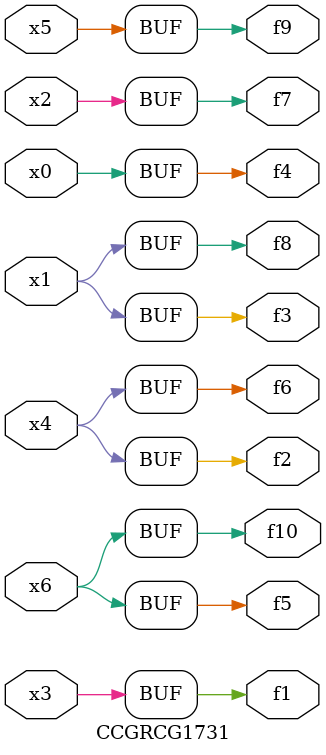
<source format=v>
module CCGRCG1731(
	input x0, x1, x2, x3, x4, x5, x6,
	output f1, f2, f3, f4, f5, f6, f7, f8, f9, f10
);
	assign f1 = x3;
	assign f2 = x4;
	assign f3 = x1;
	assign f4 = x0;
	assign f5 = x6;
	assign f6 = x4;
	assign f7 = x2;
	assign f8 = x1;
	assign f9 = x5;
	assign f10 = x6;
endmodule

</source>
